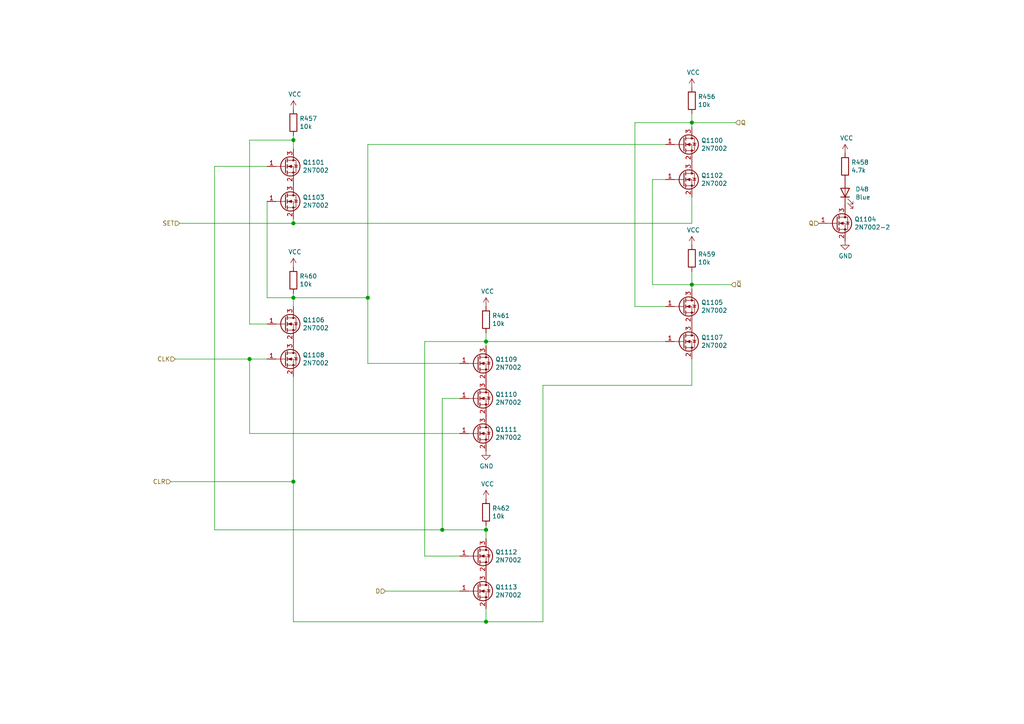
<source format=kicad_sch>
(kicad_sch (version 20210126) (generator eeschema)
  (paper "A4")
  (title_block (title "D Flip Flop") (date "2021-01-30") (rev "1") (company "joewing.net"))
  (lib_symbols
    (symbol "Device:LED" (pin_numbers hide) (pin_names (offset 1.016) hide)
      (property "Reference" "D" (at 0 2.54 0))
      (property "Value" "LED" (at 0 -2.54 0))
      (symbol "LED_0_1"
        (polyline (pts (xy -1.27 -1.27) (xy -1.27 1.27)) (stroke (width 0.254)))
        (polyline (pts (xy -1.27 0) (xy 1.27 0)))
        (polyline (pts (xy 1.27 -1.27) (xy 1.27 1.27) (xy -1.27 0) (xy 1.27 -1.27)) (stroke (width 0.254)))
        (polyline (pts (xy -3.048 -0.762) (xy -4.572 -2.286) (xy -3.81 -2.286) (xy -4.572 -2.286) (xy -4.572 -1.524)))
        (polyline (pts (xy -1.778 -0.762) (xy -3.302 -2.286) (xy -2.54 -2.286) (xy -3.302 -2.286) (xy -3.302 -1.524)))
      )
      (symbol "LED_1_1"
        (pin passive line (at -3.81 0 0) (length 2.54) (name "K") (number "1"))
        (pin passive line (at 3.81 0 180) (length 2.54) (name "A") (number "2"))
      )
    )
    (symbol "Device:R" (pin_numbers hide) (pin_names (offset 0))
      (property "Reference" "R" (at 2.032 0 90))
      (property "Value" "R" (at 0 0 90))
      (symbol "R_0_1"
        (rectangle (start -1.016 -2.54) (end 1.016 2.54) (stroke (width 0.254)))
      )
      (symbol "R_1_1"
        (pin passive line (at 0 3.81 270) (length 1.27) (name "~") (number "1"))
        (pin passive line (at 0 -3.81 90) (length 1.27) (name "~") (number "2"))
      )
    )
    (symbol "Transistor_FET:2N7002" (pin_names hide)
      (property "Reference" "Q" (at 5.08 1.905 0))
      (property "Value" "2N7002" (at 5.08 0 0))
      (symbol "2N7002_0_1"
        (circle (center 1.651 0) (radius 2.794) (stroke (width 0.254)))
        (circle (center 2.54 -1.778) (radius 0.254) (fill (type outline)))
        (circle (center 2.54 1.778) (radius 0.254) (fill (type outline)))
        (polyline (pts (xy 0.254 0) (xy -2.54 0)))
        (polyline (pts (xy 0.254 1.905) (xy 0.254 -1.905)) (stroke (width 0.254)))
        (polyline (pts (xy 0.762 -1.27) (xy 0.762 -2.286)) (stroke (width 0.254)))
        (polyline (pts (xy 0.762 0.508) (xy 0.762 -0.508)) (stroke (width 0.254)))
        (polyline (pts (xy 0.762 2.286) (xy 0.762 1.27)) (stroke (width 0.254)))
        (polyline (pts (xy 2.54 2.54) (xy 2.54 1.778)))
        (polyline (pts (xy 2.54 -2.54) (xy 2.54 0) (xy 0.762 0)))
        (polyline (pts (xy 0.762 -1.778) (xy 3.302 -1.778) (xy 3.302 1.778) (xy 0.762 1.778)))
        (polyline (pts (xy 1.016 0) (xy 2.032 0.381) (xy 2.032 -0.381) (xy 1.016 0)) (fill (type outline)))
        (polyline (pts (xy 2.794 0.508) (xy 2.921 0.381) (xy 3.683 0.381) (xy 3.81 0.254)))
        (polyline (pts (xy 3.302 0.381) (xy 2.921 -0.254) (xy 3.683 -0.254) (xy 3.302 0.381)))
      )
      (symbol "2N7002_1_1"
        (pin input line (at -5.08 0 0) (length 2.54) (name "G") (number "1"))
        (pin passive line (at 2.54 -5.08 90) (length 2.54) (name "S") (number "2"))
        (pin passive line (at 2.54 5.08 270) (length 2.54) (name "D") (number "3"))
      )
    )
    (symbol "power:GND" (power) (pin_names (offset 0))
      (property "Value" "GND" (at 0 -3.81 0))
      (symbol "GND_0_1"
        (polyline (pts (xy 0 0) (xy 0 -1.27) (xy 1.27 -1.27) (xy 0 -2.54) (xy -1.27 -1.27) (xy 0 -1.27)))
      )
      (symbol "GND_1_1"
        (pin power_in line (at 0 0 270) (length 0) hide (name "GND") (number "1"))
      )
    )
    (symbol "power:VCC" (power) (pin_names (offset 0))
      (property "Value" "VCC" (at 0 3.81 0))
      (symbol "VCC_0_1"
        (polyline (pts (xy -0.762 1.27) (xy 0 2.54)))
        (polyline (pts (xy 0 0) (xy 0 2.54)))
        (polyline (pts (xy 0 2.54) (xy 0.762 1.27)))
      )
      (symbol "VCC_1_1"
        (pin power_in line (at 0 0 90) (length 0) hide (name "VCC") (number "1"))
      )
    )
  )
  (junction (at 72.39 104.14) (diameter 1.016))
  (junction (at 85.09 40.64) (diameter 1.016))
  (junction (at 85.09 64.77) (diameter 1.016))
  (junction (at 85.09 86.36) (diameter 1.016))
  (junction (at 85.09 139.7) (diameter 1.016))
  (junction (at 106.68 86.36) (diameter 1.016))
  (junction (at 128.27 153.67) (diameter 1.016))
  (junction (at 140.97 99.06) (diameter 1.016))
  (junction (at 140.97 153.67) (diameter 1.016))
  (junction (at 140.97 180.34) (diameter 1.016))
  (junction (at 200.66 35.56) (diameter 1.016))
  (junction (at 200.66 82.55) (diameter 1.016))
  (wire (pts (xy 49.53 139.7) (xy 85.09 139.7)))
  (wire (pts (xy 50.8 104.14) (xy 72.39 104.14)))
  (wire (pts (xy 52.07 64.77) (xy 85.09 64.77)))
  (wire (pts (xy 62.23 48.26) (xy 62.23 153.67)))
  (wire (pts (xy 62.23 48.26) (xy 77.47 48.26)))
  (wire (pts (xy 62.23 153.67) (xy 128.27 153.67)))
  (wire (pts (xy 72.39 40.64) (xy 85.09 40.64)))
  (wire (pts (xy 72.39 93.98) (xy 72.39 40.64)))
  (wire (pts (xy 72.39 104.14) (xy 72.39 125.73)))
  (wire (pts (xy 72.39 104.14) (xy 77.47 104.14)))
  (wire (pts (xy 72.39 125.73) (xy 133.35 125.73)))
  (wire (pts (xy 77.47 58.42) (xy 77.47 86.36)))
  (wire (pts (xy 77.47 86.36) (xy 85.09 86.36)))
  (wire (pts (xy 77.47 93.98) (xy 72.39 93.98)))
  (wire (pts (xy 85.09 39.37) (xy 85.09 40.64)))
  (wire (pts (xy 85.09 40.64) (xy 85.09 43.18)))
  (wire (pts (xy 85.09 64.77) (xy 85.09 63.5)))
  (wire (pts (xy 85.09 85.09) (xy 85.09 86.36)))
  (wire (pts (xy 85.09 86.36) (xy 85.09 88.9)))
  (wire (pts (xy 85.09 86.36) (xy 106.68 86.36)))
  (wire (pts (xy 85.09 139.7) (xy 85.09 109.22)))
  (wire (pts (xy 85.09 180.34) (xy 85.09 139.7)))
  (wire (pts (xy 106.68 41.91) (xy 106.68 86.36)))
  (wire (pts (xy 106.68 41.91) (xy 193.04 41.91)))
  (wire (pts (xy 106.68 86.36) (xy 106.68 105.41)))
  (wire (pts (xy 106.68 105.41) (xy 133.35 105.41)))
  (wire (pts (xy 111.76 171.45) (xy 133.35 171.45)))
  (wire (pts (xy 123.19 99.06) (xy 140.97 99.06)))
  (wire (pts (xy 123.19 161.29) (xy 123.19 99.06)))
  (wire (pts (xy 128.27 115.57) (xy 128.27 153.67)))
  (wire (pts (xy 128.27 153.67) (xy 140.97 153.67)))
  (wire (pts (xy 133.35 115.57) (xy 128.27 115.57)))
  (wire (pts (xy 133.35 161.29) (xy 123.19 161.29)))
  (wire (pts (xy 140.97 96.52) (xy 140.97 99.06)))
  (wire (pts (xy 140.97 99.06) (xy 140.97 100.33)))
  (wire (pts (xy 140.97 99.06) (xy 193.04 99.06)))
  (wire (pts (xy 140.97 152.4) (xy 140.97 153.67)))
  (wire (pts (xy 140.97 153.67) (xy 140.97 156.21)))
  (wire (pts (xy 140.97 176.53) (xy 140.97 180.34)))
  (wire (pts (xy 140.97 180.34) (xy 85.09 180.34)))
  (wire (pts (xy 157.48 111.76) (xy 157.48 180.34)))
  (wire (pts (xy 157.48 180.34) (xy 140.97 180.34)))
  (wire (pts (xy 184.15 35.56) (xy 200.66 35.56)))
  (wire (pts (xy 184.15 88.9) (xy 184.15 35.56)))
  (wire (pts (xy 189.23 52.07) (xy 189.23 82.55)))
  (wire (pts (xy 189.23 82.55) (xy 200.66 82.55)))
  (wire (pts (xy 193.04 52.07) (xy 189.23 52.07)))
  (wire (pts (xy 193.04 88.9) (xy 184.15 88.9)))
  (wire (pts (xy 200.66 33.02) (xy 200.66 35.56)))
  (wire (pts (xy 200.66 35.56) (xy 200.66 36.83)))
  (wire (pts (xy 200.66 35.56) (xy 213.36 35.56)))
  (wire (pts (xy 200.66 57.15) (xy 200.66 64.77)))
  (wire (pts (xy 200.66 64.77) (xy 85.09 64.77)))
  (wire (pts (xy 200.66 78.74) (xy 200.66 82.55)))
  (wire (pts (xy 200.66 82.55) (xy 200.66 83.82)))
  (wire (pts (xy 200.66 82.55) (xy 212.09 82.55)))
  (wire (pts (xy 200.66 104.14) (xy 200.66 111.76)))
  (wire (pts (xy 200.66 111.76) (xy 157.48 111.76)))
  (hierarchical_label "CLR" (shape input) (at 49.53 139.7 180))
  (hierarchical_label "CLK" (shape input) (at 50.8 104.14 180))
  (hierarchical_label "SET" (shape input) (at 52.07 64.77 180))
  (hierarchical_label "D" (shape input) (at 111.76 171.45 180))
  (hierarchical_label "~Q" (shape input) (at 212.09 82.55 0))
  (hierarchical_label "Q" (shape input) (at 213.36 35.56 0))
  (hierarchical_label "Q" (shape input) (at 237.49 64.77 180))
  (symbol (lib_id "power:VCC") (at 85.09 31.75 0)
    (property "Reference" "#PWR0900" (effects hide))
    (property "Value" "VCC" (at 85.5218 27.3558 0))
  )
  (symbol (lib_id "power:VCC") (at 85.09 77.47 0)
    (property "Reference" "#PWR0901" (effects hide))
    (property "Value" "VCC" (at 85.5218 73.0758 0))
  )
  (symbol (lib_id "power:VCC") (at 140.97 88.9 0)
    (property "Reference" "#PWR0904" (effects hide))
    (property "Value" "VCC" (at 141.4018 84.5058 0))
  )
  (symbol (lib_id "power:VCC") (at 140.97 144.78 0)
    (property "Reference" "#PWR0905" (effects hide))
    (property "Value" "VCC" (at 141.4018 140.3858 0))
  )
  (symbol (lib_id "power:VCC") (at 200.66 25.4 0)
    (property "Reference" "#PWR0902" (effects hide))
    (property "Value" "VCC" (at 201.0918 21.0058 0))
  )
  (symbol (lib_id "power:VCC") (at 200.66 71.12 0)
    (property "Reference" "#PWR0906" (effects hide))
    (property "Value" "VCC" (at 201.0918 66.7258 0))
  )
  (symbol (lib_id "power:VCC") (at 245.11 44.45 0)
    (property "Reference" "#PWR0907" (effects hide))
    (property "Value" "VCC" (at 245.5418 40.0558 0))
  )
  (symbol (lib_id "power:GND") (at 140.97 130.81 0)
    (property "Reference" "#PWR0903" (effects hide))
    (property "Value" "GND" (at 141.097 135.2042 0))
  )
  (symbol (lib_id "power:GND") (at 245.11 69.85 0)
    (property "Reference" "#PWR0908" (effects hide))
    (property "Value" "GND" (at 245.237 74.2442 0))
  )
  (symbol (lib_id "Device:R") (at 85.09 35.56 0)
    (property "Reference" "R457" (at 86.868 34.3916 0) (effects (justify left)))
    (property "Value" "10k" (at 86.868 36.703 0) (effects (justify left)))
    (property "Footprint" "Resistor_SMD:R_0805_2012Metric" (effects hide))
    (property "LCSC" "C17414" (effects hide))
  )
  (symbol (lib_id "Device:R") (at 85.09 81.28 0)
    (property "Reference" "R460" (at 86.868 80.1116 0) (effects (justify left)))
    (property "Value" "10k" (at 86.868 82.423 0) (effects (justify left)))
    (property "Footprint" "Resistor_SMD:R_0805_2012Metric" (effects hide))
    (property "LCSC" "C17414" (effects hide))
  )
  (symbol (lib_id "Device:R") (at 140.97 92.71 0)
    (property "Reference" "R461" (at 142.748 91.5416 0) (effects (justify left)))
    (property "Value" "10k" (at 142.748 93.853 0) (effects (justify left)))
    (property "Footprint" "Resistor_SMD:R_0805_2012Metric" (effects hide))
    (property "LCSC" "C17414" (effects hide))
  )
  (symbol (lib_id "Device:R") (at 140.97 148.59 0)
    (property "Reference" "R462" (at 142.748 147.4216 0) (effects (justify left)))
    (property "Value" "10k" (at 142.748 149.733 0) (effects (justify left)))
    (property "Footprint" "Resistor_SMD:R_0805_2012Metric" (effects hide))
    (property "LCSC" "C17414" (effects hide))
  )
  (symbol (lib_id "Device:R") (at 200.66 29.21 0)
    (property "Reference" "R456" (at 202.438 28.0416 0) (effects (justify left)))
    (property "Value" "10k" (at 202.438 30.353 0) (effects (justify left)))
    (property "Footprint" "Resistor_SMD:R_0805_2012Metric" (effects hide))
    (property "LCSC" "C17414" (effects hide))
  )
  (symbol (lib_id "Device:R") (at 200.66 74.93 0)
    (property "Reference" "R459" (at 202.438 73.7616 0) (effects (justify left)))
    (property "Value" "10k" (at 202.438 76.073 0) (effects (justify left)))
    (property "Footprint" "Resistor_SMD:R_0805_2012Metric" (effects hide))
    (property "LCSC" "C17414" (effects hide))
  )
  (symbol (lib_id "Device:R") (at 245.11 48.26 0)
    (property "Reference" "R458" (at 246.888 47.0916 0) (effects (justify left)))
    (property "Value" "4.7k" (at 246.888 49.403 0) (effects (justify left)))
    (property "Footprint" "Resistor_SMD:R_0805_2012Metric" (effects hide))
    (property "LCSC" "C17673" (effects hide))
  )
  (symbol (lib_id "Device:LED") (at 245.11 55.88 90)
    (property "Reference" "D48" (at 248.0818 54.8894 90) (effects (justify right)))
    (property "Value" "Blue" (at 248.0818 57.2008 90) (effects (justify right)))
    (property "Footprint" "LED_SMD:LED_0805_2012Metric" (effects hide))
    (property "LCSC" "C2293" (effects hide))
  )
  (symbol (lib_id "Transistor_FET:2N7002") (at 82.55 48.26 0)
    (property "Reference" "Q1101" (at 87.7824 47.0916 0) (effects (justify left)))
    (property "Value" "2N7002" (at 87.7824 49.403 0) (effects (justify left)))
    (property "Footprint" "Package_TO_SOT_SMD:SOT-23" (effects hide))
    (property "Datasheet" "https://www.fairchildsemi.com/datasheets/2N/2N7002.pdf" (effects hide))
    (property "LCSC" "C8545" (effects hide))
  )
  (symbol (lib_id "Transistor_FET:2N7002") (at 82.55 58.42 0)
    (property "Reference" "Q1103" (at 87.7824 57.2516 0) (effects (justify left)))
    (property "Value" "2N7002" (at 87.7824 59.563 0) (effects (justify left)))
    (property "Footprint" "Package_TO_SOT_SMD:SOT-23" (effects hide))
    (property "Datasheet" "https://www.fairchildsemi.com/datasheets/2N/2N7002.pdf" (effects hide))
    (property "LCSC" "C8545" (effects hide))
  )
  (symbol (lib_id "Transistor_FET:2N7002") (at 82.55 93.98 0)
    (property "Reference" "Q1106" (at 87.7824 92.8116 0) (effects (justify left)))
    (property "Value" "2N7002" (at 87.7824 95.123 0) (effects (justify left)))
    (property "Footprint" "Package_TO_SOT_SMD:SOT-23" (effects hide))
    (property "Datasheet" "https://www.fairchildsemi.com/datasheets/2N/2N7002.pdf" (effects hide))
    (property "LCSC" "C8545" (effects hide))
  )
  (symbol (lib_id "Transistor_FET:2N7002") (at 82.55 104.14 0)
    (property "Reference" "Q1108" (at 87.7824 102.9716 0) (effects (justify left)))
    (property "Value" "2N7002" (at 87.7824 105.283 0) (effects (justify left)))
    (property "Footprint" "Package_TO_SOT_SMD:SOT-23" (effects hide))
    (property "Datasheet" "https://www.fairchildsemi.com/datasheets/2N/2N7002.pdf" (effects hide))
    (property "LCSC" "C8545" (effects hide))
  )
  (symbol (lib_id "Transistor_FET:2N7002") (at 138.43 105.41 0)
    (property "Reference" "Q1109" (at 143.6624 104.2416 0) (effects (justify left)))
    (property "Value" "2N7002" (at 143.6624 106.553 0) (effects (justify left)))
    (property "Footprint" "Package_TO_SOT_SMD:SOT-23" (effects hide))
    (property "Datasheet" "https://www.fairchildsemi.com/datasheets/2N/2N7002.pdf" (effects hide))
    (property "LCSC" "C8545" (effects hide))
  )
  (symbol (lib_id "Transistor_FET:2N7002") (at 138.43 115.57 0)
    (property "Reference" "Q1110" (at 143.6624 114.4016 0) (effects (justify left)))
    (property "Value" "2N7002" (at 143.6624 116.713 0) (effects (justify left)))
    (property "Footprint" "Package_TO_SOT_SMD:SOT-23" (effects hide))
    (property "Datasheet" "https://www.fairchildsemi.com/datasheets/2N/2N7002.pdf" (effects hide))
    (property "LCSC" "C8545" (effects hide))
  )
  (symbol (lib_id "Transistor_FET:2N7002") (at 138.43 125.73 0)
    (property "Reference" "Q1111" (at 143.6624 124.5616 0) (effects (justify left)))
    (property "Value" "2N7002" (at 143.6624 126.873 0) (effects (justify left)))
    (property "Footprint" "Package_TO_SOT_SMD:SOT-23" (effects hide))
    (property "Datasheet" "https://www.fairchildsemi.com/datasheets/2N/2N7002.pdf" (effects hide))
    (property "LCSC" "C8545" (effects hide))
  )
  (symbol (lib_id "Transistor_FET:2N7002") (at 138.43 161.29 0)
    (property "Reference" "Q1112" (at 143.6624 160.1216 0) (effects (justify left)))
    (property "Value" "2N7002" (at 143.6624 162.433 0) (effects (justify left)))
    (property "Footprint" "Package_TO_SOT_SMD:SOT-23" (effects hide))
    (property "Datasheet" "https://www.fairchildsemi.com/datasheets/2N/2N7002.pdf" (effects hide))
    (property "LCSC" "C8545" (effects hide))
  )
  (symbol (lib_id "Transistor_FET:2N7002") (at 138.43 171.45 0)
    (property "Reference" "Q1113" (at 143.6624 170.2816 0) (effects (justify left)))
    (property "Value" "2N7002" (at 143.6624 172.593 0) (effects (justify left)))
    (property "Footprint" "Package_TO_SOT_SMD:SOT-23" (effects hide))
    (property "Datasheet" "https://www.fairchildsemi.com/datasheets/2N/2N7002.pdf" (effects hide))
    (property "LCSC" "C8545" (effects hide))
  )
  (symbol (lib_id "Transistor_FET:2N7002") (at 198.12 41.91 0)
    (property "Reference" "Q1100" (at 203.3524 40.7416 0) (effects (justify left)))
    (property "Value" "2N7002" (at 203.3524 43.053 0) (effects (justify left)))
    (property "Footprint" "Package_TO_SOT_SMD:SOT-23" (effects hide))
    (property "Datasheet" "https://www.fairchildsemi.com/datasheets/2N/2N7002.pdf" (effects hide))
    (property "LCSC" "C8545" (effects hide))
  )
  (symbol (lib_id "Transistor_FET:2N7002") (at 198.12 52.07 0)
    (property "Reference" "Q1102" (at 203.3524 50.9016 0) (effects (justify left)))
    (property "Value" "2N7002" (at 203.3524 53.213 0) (effects (justify left)))
    (property "Footprint" "Package_TO_SOT_SMD:SOT-23" (effects hide))
    (property "Datasheet" "https://www.fairchildsemi.com/datasheets/2N/2N7002.pdf" (effects hide))
    (property "LCSC" "C8545" (effects hide))
  )
  (symbol (lib_id "Transistor_FET:2N7002") (at 198.12 88.9 0)
    (property "Reference" "Q1105" (at 203.3524 87.7316 0) (effects (justify left)))
    (property "Value" "2N7002" (at 203.3524 90.043 0) (effects (justify left)))
    (property "Footprint" "Package_TO_SOT_SMD:SOT-23" (effects hide))
    (property "Datasheet" "https://www.fairchildsemi.com/datasheets/2N/2N7002.pdf" (effects hide))
    (property "LCSC" "C8545" (effects hide))
  )
  (symbol (lib_id "Transistor_FET:2N7002") (at 198.12 99.06 0)
    (property "Reference" "Q1107" (at 203.3524 97.8916 0) (effects (justify left)))
    (property "Value" "2N7002" (at 203.3524 100.203 0) (effects (justify left)))
    (property "Footprint" "Package_TO_SOT_SMD:SOT-23" (effects hide))
    (property "Datasheet" "https://www.fairchildsemi.com/datasheets/2N/2N7002.pdf" (effects hide))
    (property "LCSC" "C8545" (effects hide))
  )
  (symbol (lib_id "Transistor_FET:2N7002") (at 242.57 64.77 0)
    (property "Reference" "Q1104" (at 247.8024 63.6016 0) (effects (justify left)))
    (property "Value" "2N7002-2" (at 247.802 65.913 0) (effects (justify left)))
    (property "Footprint" "Package_TO_SOT_SMD:SOT-23" (effects hide))
    (property "Datasheet" "https://www.fairchildsemi.com/datasheets/2N/2N7002.pdf" (effects hide))
    (property "LCSC" "C8545" (effects hide))
  )
)
</source>
